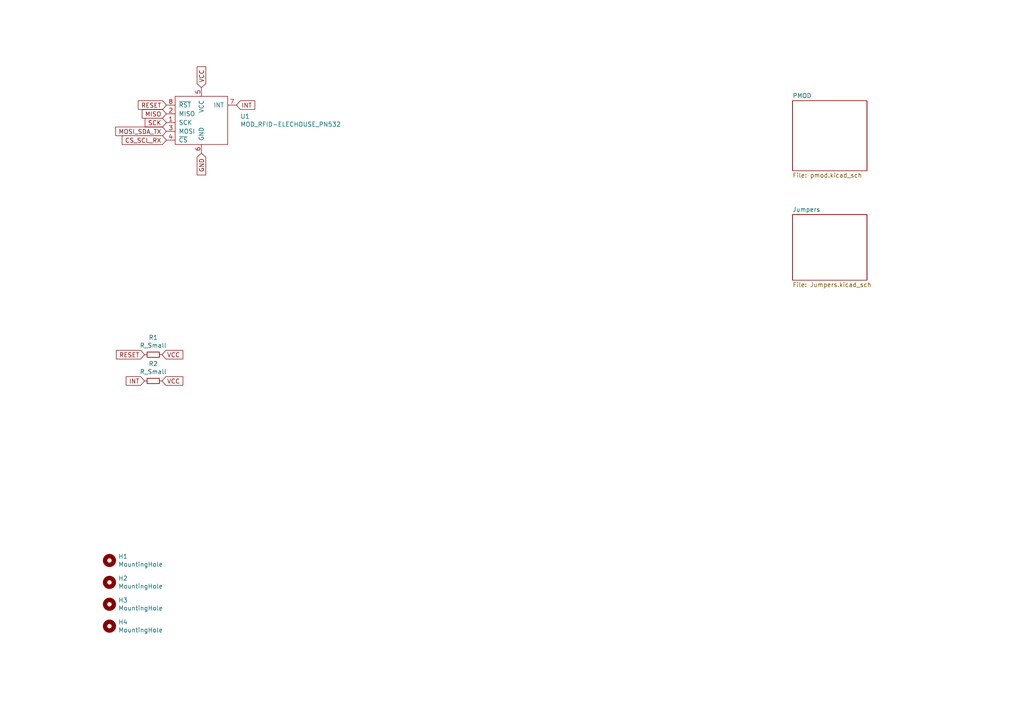
<source format=kicad_sch>
(kicad_sch (version 20211123) (generator eeschema)
  (paper "A4")
  (lib_symbols
    (symbol "AvS_Modules:MOD_RFID-ELECHOUSE_PN532" (pin_names (offset 1.016))
      (property "Reference" "U" (at -6.35 -8.89 0))
      (property "Value" "MOD_RFID-ELECHOUSE_PN532" (at 10.16 -8.89 0))
      (symbol "MOD_RFID-ELECHOUSE_PN532_1_1"
        (rectangle (start -7.62 6.35) (end 7.62 -7.62))
        (pin input line (at -10.16 -1.27 0) (length 2.54) (name "SCK") (number "1"))
        (pin output line (at -10.16 1.27 0) (length 2.54) (name "MISO") (number "2"))
        (pin input line (at -10.16 -3.81 0) (length 2.54) (name "MOSI") (number "3"))
        (pin input line (at -10.16 -6.35 0) (length 2.54) (name "~{CS}") (number "4"))
        (pin power_in line (at 0 8.89 270) (length 2.54) (name "VCC") (number "5"))
        (pin power_in line (at 0 -10.16 90) (length 2.54) (name "GND") (number "6"))
        (pin output line (at 10.16 3.81 180) (length 2.54) (name "INT") (number "7"))
        (pin input line (at -10.16 3.81 0) (length 2.54) (name "~{RST}") (number "8"))
      )
    )
    (symbol "Device:R_Small" (pin_numbers hide) (pin_names (offset 0.254) hide)
      (property "Reference" "R" (at 0.762 0.508 0))
      (property "Value" "R_Small" (at 0.762 -1.016 0))
      (symbol "R_Small_0_1"
        (rectangle (start -0.762 1.778) (end 0.762 -1.778) (stroke (width 0.2032)))
      )
      (symbol "R_Small_1_1"
        (pin passive line (at 0 2.54 270) (length 0.762) (name "~") (number "1"))
        (pin passive line (at 0 -2.54 90) (length 0.762) (name "~") (number "2"))
      )
    )
    (symbol "Mechanical:MountingHole" (pin_names (offset 1.016))
      (property "Reference" "H" (at 0 5.08 0))
      (property "Value" "MountingHole" (at 0 3.175 0))
      (symbol "MountingHole_0_1"
        (circle (center 0 0) (radius 1.27) (stroke (width 1.27)))
      )
    )
  )
  (global_label "CS_SCL_RX" (shape input) (at 48.26 40.64 180) (property "Intersheet-verwijzingen" "${INTERSHEET_REFS}" (effects hide)))
  (global_label "VCC" (shape input) (at 46.99 102.87 0) (property "Intersheet-verwijzingen" "${INTERSHEET_REFS}" (effects hide)))
  (global_label "VCC" (shape input) (at 46.99 110.49 0) (property "Intersheet-verwijzingen" "${INTERSHEET_REFS}" (effects hide)))
  (global_label "SCK" (shape input) (at 48.26 35.56 180) (property "Intersheet-verwijzingen" "${INTERSHEET_REFS}" (effects hide)))
  (global_label "RESET" (shape input) (at 41.91 102.87 180) (property "Intersheet-verwijzingen" "${INTERSHEET_REFS}" (effects hide)))
  (global_label "MOSI_SDA_TX" (shape input) (at 48.26 38.1 180) (property "Intersheet-verwijzingen" "${INTERSHEET_REFS}" (effects hide)))
  (global_label "INT" (shape input) (at 68.58 30.48 0) (property "Intersheet-verwijzingen" "${INTERSHEET_REFS}" (effects hide)))
  (global_label "GND" (shape input) (at 58.42 44.45 270) (property "Intersheet-verwijzingen" "${INTERSHEET_REFS}" (effects hide)))
  (global_label "RESET" (shape input) (at 48.26 30.48 180) (property "Intersheet-verwijzingen" "${INTERSHEET_REFS}" (effects hide)))
  (global_label "INT" (shape input) (at 41.91 110.49 180) (property "Intersheet-verwijzingen" "${INTERSHEET_REFS}" (effects hide)))
  (global_label "MISO" (shape input) (at 48.26 33.02 180) (property "Intersheet-verwijzingen" "${INTERSHEET_REFS}" (effects hide)))
  (global_label "VCC" (shape input) (at 58.42 25.4 90) (property "Intersheet-verwijzingen" "${INTERSHEET_REFS}" (effects hide)))
  (symbol (lib_id "Mechanical:MountingHole") (at 31.75 181.61 0) (unit 1)
    (property "Reference" "H4" (at 34.29 180.4416 0) (effects (justify left)))
    (property "Value" "MountingHole" (at 34.29 182.753 0) (effects (justify left)))
    (property "Footprint" "MountingHole:MountingHole_3.2mm_M3_Pad_Via" (effects hide))
  )
  (symbol (lib_id "Mechanical:MountingHole") (at 31.75 175.26 0) (unit 1)
    (property "Reference" "H3" (at 34.29 174.0916 0) (effects (justify left)))
    (property "Value" "MountingHole" (at 34.29 176.403 0) (effects (justify left)))
    (property "Footprint" "MountingHole:MountingHole_3.2mm_M3_Pad_Via" (effects hide))
  )
  (symbol (lib_id "Mechanical:MountingHole") (at 31.75 168.91 0) (unit 1)
    (property "Reference" "H2" (at 34.29 167.7416 0) (effects (justify left)))
    (property "Value" "MountingHole" (at 34.29 170.053 0) (effects (justify left)))
    (property "Footprint" "MountingHole:MountingHole_3.2mm_M3_Pad_Via" (effects hide))
  )
  (symbol (lib_id "Mechanical:MountingHole") (at 31.75 162.56 0) (unit 1)
    (property "Reference" "H1" (at 34.29 161.3916 0) (effects (justify left)))
    (property "Value" "MountingHole" (at 34.29 163.703 0) (effects (justify left)))
    (property "Footprint" "MountingHole:MountingHole_3.2mm_M3_Pad_Via" (effects hide))
  )
  (symbol (lib_id "Device:R_Small") (at 44.45 102.87 270) (unit 1)
    (property "Reference" "R1" (at 44.45 97.8916 90))
    (property "Value" "R_Small" (at 44.45 100.203 90))
    (property "Footprint" "Resistor_THT:R_Axial_DIN0207_L6.3mm_D2.5mm_P10.16mm_Horizontal" (effects hide))
  )
  (symbol (lib_id "AvS_Modules:MOD_RFID-ELECHOUSE_PN532") (at 58.42 34.29 0) (unit 1)
    (property "Reference" "U1" (at 69.6976 33.7566 0) (effects (justify left)))
    (property "Value" "MOD_RFID-ELECHOUSE_PN532" (at 69.6976 36.068 0) (effects (justify left)))
    (property "Footprint" "AvS_Modules:MOD_ELECHOUSE_NFC_V3_STRAIGHT_UP" (effects hide))
  )
  (symbol (lib_id "Device:R_Small") (at 44.45 110.49 270) (unit 1)
    (property "Reference" "R2" (at 44.45 105.5116 90))
    (property "Value" "R_Small" (at 44.45 107.823 90))
    (property "Footprint" "Resistor_THT:R_Axial_DIN0207_L6.3mm_D2.5mm_P10.16mm_Horizontal" (effects hide))
  )
  (sheet (at 229.87 29.21) (size 21.59 20.32)
    (property "Sheet name" "PMOD" (at 229.87 28.4984 0) (effects (justify left bottom)))
    (property "Sheet file" "pmod.kicad_sch" (at 229.87 50.1146 0) (effects (justify left top)))
  )
  (sheet (at 229.87 62.23) (size 21.59 19.05)
    (property "Sheet name" "Jumpers" (at 229.87 61.5184 0) (effects (justify left bottom)))
    (property "Sheet file" "Jumpers.kicad_sch" (at 229.87 81.8646 0) (effects (justify left top)))
  )
)
</source>
